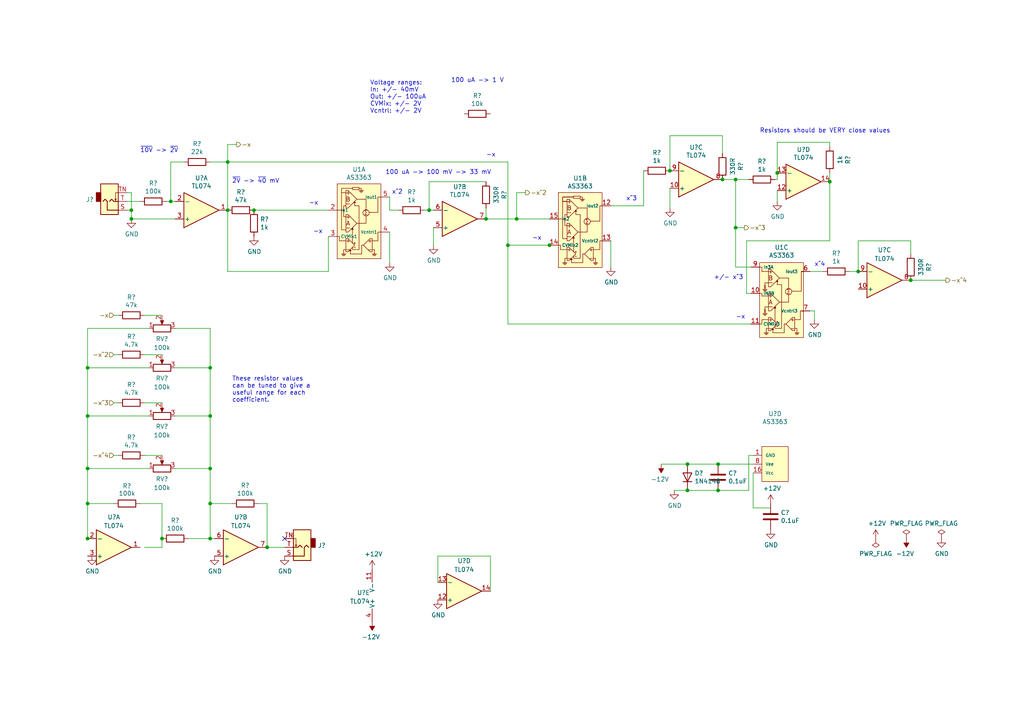
<source format=kicad_sch>
(kicad_sch (version 20211123) (generator eeschema)
  (paper "A4")
  (lib_symbols
    (symbol "AS3363_1" (pin_names (offset 1.016))
      (property "Reference" "U1" (at 0 14.605 0))
      (property "Value" "AS3363" (at 0 12.2936 0))
      (symbol "AS3363_1_1_0"
        (text "+" (at -3.175 -6.35 0) (effects (font (size 0.9906 0.9906))))
        (text "+" (at -3.175 0.635 0) (effects (font (size 1.27 1.27))))
        (text "+" (at -3.175 7.62 0) (effects (font (size 1.27 1.27))))
        (text "+" (at -1.27 -6.985 0) (effects (font (size 0.6096 0.6096))))
        (text "+" (at 3.175 -6.35 0) (effects (font (size 0.9906 0.9906))))
        (text "-" (at -3.175 -8.89 0) (effects (font (size 0.9906 0.9906))))
        (text "-" (at -3.175 -2.54 0) (effects (font (size 1.27 1.27))))
        (text "-" (at -3.175 4.445 0) (effects (font (size 1.27 1.27))))
        (text "-" (at -1.27 -8.255 0) (effects (font (size 0.6096 0.6096))))
        (text "-" (at 3.175 -8.89 0) (effects (font (size 0.9906 0.9906))))
        (text "A" (at -3.175 -1.27 0) (effects (font (size 1.27 1.27))))
        (text "B" (at -3.175 5.715 0) (effects (font (size 1.27 1.27))))
        (text "Σ" (at 2.032 1.778 0) (effects (font (size 1.27 1.27))))
      )
      (symbol "AS3363_1_1_1"
        (pin input line (at -8.89 2.54 0) (length 2.54) (name "In1") (number "2"))
        (pin input line (at -8.89 -5.08 0) (length 2.54) (name "CVMix1") (number "3"))
        (pin input line (at 8.89 -3.81 180) (length 2.54) (name "Vcntrl1") (number "4"))
        (pin output line (at 8.89 6.35 180) (length 2.54) (name "Iout1") (number "5"))
      )
      (symbol "AS3363_1_2_1"
        (text "+" (at -3.175 -6.35 0) (effects (font (size 0.9906 0.9906))))
        (text "+" (at -3.175 0.635 0) (effects (font (size 1.27 1.27))))
        (text "+" (at -3.175 7.62 0) (effects (font (size 1.27 1.27))))
        (text "+" (at -1.27 -6.985 0) (effects (font (size 0.6096 0.6096))))
        (text "+" (at 3.175 -6.35 0) (effects (font (size 0.9906 0.9906))))
        (text "-" (at -3.175 -8.89 0) (effects (font (size 0.9906 0.9906))))
        (text "-" (at -3.175 -2.54 0) (effects (font (size 1.27 1.27))))
        (text "-" (at -3.175 4.445 0) (effects (font (size 1.27 1.27))))
        (text "-" (at -1.27 -8.255 0) (effects (font (size 0.6096 0.6096))))
        (text "-" (at 3.175 -8.89 0) (effects (font (size 0.9906 0.9906))))
        (text "A" (at -3.175 -1.27 0) (effects (font (size 1.27 1.27))))
        (text "B" (at -3.175 5.715 0) (effects (font (size 1.27 1.27))))
        (text "Σ" (at 2.032 1.778 0) (effects (font (size 1.27 1.27))))
        (pin output line (at 8.89 6.35 180) (length 2.54) (name "Iout2") (number "12"))
        (pin input line (at 8.89 -3.81 180) (length 2.54) (name "Vcntrl2") (number "13"))
        (pin input line (at -8.89 -5.08 0) (length 2.54) (name "CVMix2") (number "14"))
        (pin input line (at -8.89 2.54 0) (length 2.54) (name "In2") (number "15"))
      )
      (symbol "AS3363_1_3_1"
        (text "+" (at -3.175 -6.35 0) (effects (font (size 0.9906 0.9906))))
        (text "+" (at -3.175 0.635 0) (effects (font (size 1.27 1.27))))
        (text "+" (at -3.175 7.62 0) (effects (font (size 1.27 1.27))))
        (text "+" (at -1.27 -6.985 0) (effects (font (size 0.6096 0.6096))))
        (text "+" (at 3.175 -6.35 0) (effects (font (size 0.9906 0.9906))))
        (text "-" (at -3.175 -8.89 0) (effects (font (size 0.9906 0.9906))))
        (text "-" (at -3.175 -2.54 0) (effects (font (size 1.27 1.27))))
        (text "-" (at -3.175 4.445 0) (effects (font (size 1.27 1.27))))
        (text "-" (at -1.27 -8.255 0) (effects (font (size 0.6096 0.6096))))
        (text "-" (at 3.175 -8.89 0) (effects (font (size 0.9906 0.9906))))
        (text "A" (at -3.175 -1.27 0) (effects (font (size 1.27 1.27))))
        (text "B" (at -3.175 5.715 0) (effects (font (size 1.27 1.27))))
        (text "Σ" (at 2.032 1.778 0) (effects (font (size 1.27 1.27))))
        (pin input line (at -8.89 1.27 0) (length 2.54) (name "IN3B") (number "10"))
        (pin input line (at -8.89 -7.62 0) (length 2.54) (name "CVMix3") (number "11"))
        (pin output line (at 8.255 7.62 180) (length 2.54) (name "Iout3") (number "6"))
        (pin input line (at 8.255 -3.81 180) (length 2.54) (name "Vcntrl3") (number "7"))
        (pin input line (at -8.89 8.89 0) (length 2.54) (name "In3A") (number "9"))
      )
      (symbol "AS3363_1_4_1"
        (pin power_in line (at -6.35 2.54 0) (length 2.54) (name "GND") (number "1"))
        (pin power_in line (at -6.35 -2.54 0) (length 2.54) (name "Vcc") (number "16"))
        (pin power_in line (at -6.35 0 0) (length 2.54) (name "Vee") (number "8"))
      )
    )
    (symbol "Amplifier_Operational:TL074" (pin_names (offset 0.127))
      (property "Reference" "U" (at 0 5.08 0))
      (property "Value" "TL074" (at 0 -5.08 0))
      (symbol "TL074_1_1"
        (pin output line (at 7.62 0 180) (length 2.54) (name "~") (number "1"))
        (pin input line (at -7.62 -2.54 0) (length 2.54) (name "-") (number "2"))
        (pin input line (at -7.62 2.54 0) (length 2.54) (name "+") (number "3"))
      )
      (symbol "TL074_2_1"
        (pin input line (at -7.62 2.54 0) (length 2.54) (name "+") (number "5"))
        (pin input line (at -7.62 -2.54 0) (length 2.54) (name "-") (number "6"))
        (pin output line (at 7.62 0 180) (length 2.54) (name "~") (number "7"))
      )
      (symbol "TL074_3_1"
        (pin input line (at -7.62 2.54 0) (length 2.54) (name "+") (number "10"))
        (pin output line (at 7.62 0 180) (length 2.54) (name "~") (number "8"))
        (pin input line (at -7.62 -2.54 0) (length 2.54) (name "-") (number "9"))
      )
      (symbol "TL074_4_1"
        (pin input line (at -7.62 2.54 0) (length 2.54) (name "+") (number "12"))
        (pin input line (at -7.62 -2.54 0) (length 2.54) (name "-") (number "13"))
        (pin output line (at 7.62 0 180) (length 2.54) (name "~") (number "14"))
      )
      (symbol "TL074_5_1"
        (pin power_in line (at -2.54 -7.62 90) (length 3.81) (name "V-") (number "11"))
        (pin power_in line (at -2.54 7.62 270) (length 3.81) (name "V+") (number "4"))
      )
    )
    (symbol "Connector:AudioJack2_SwitchT"
      (property "Reference" "J" (at 0 8.89 0))
      (property "Value" "AudioJack2_SwitchT" (at 0 6.35 0))
      (symbol "AudioJack2_SwitchT_1_1"
        (pin passive line (at 5.08 2.54 180) (length 2.54) (name "~") (number "S"))
        (pin passive line (at 5.08 0 180) (length 2.54) (name "~") (number "T"))
        (pin passive line (at 5.08 -2.54 180) (length 2.54) (name "~") (number "TN"))
      )
    )
    (symbol "Device:C" (pin_numbers hide) (pin_names (offset 0.254))
      (property "Reference" "C" (at 0.635 2.54 0))
      (property "Value" "C" (at 0.635 -2.54 0))
      (symbol "C_1_1"
        (pin passive line (at 0 3.81 270) (length 2.794) (name "~") (number "1"))
        (pin passive line (at 0 -3.81 90) (length 2.794) (name "~") (number "2"))
      )
    )
    (symbol "Device:D" (pin_numbers hide) (pin_names (offset 1.016) hide)
      (property "Reference" "D" (at 0 2.54 0))
      (property "Value" "D" (at 0 -2.54 0))
      (symbol "D_1_1"
        (pin passive line (at -3.81 0 0) (length 2.54) (name "K") (number "1"))
        (pin passive line (at 3.81 0 180) (length 2.54) (name "A") (number "2"))
      )
    )
    (symbol "Device:R" (pin_numbers hide) (pin_names (offset 0))
      (property "Reference" "R" (at 2.032 0 90))
      (property "Value" "R" (at 0 0 90))
      (symbol "R_1_1"
        (pin passive line (at 0 3.81 270) (length 1.27) (name "~") (number "1"))
        (pin passive line (at 0 -3.81 90) (length 1.27) (name "~") (number "2"))
      )
    )
    (symbol "Device:R_Potentiometer" (pin_names (offset 1.016) hide)
      (property "Reference" "RV" (at -4.445 0 90))
      (property "Value" "R_Potentiometer" (at -2.54 0 90))
      (symbol "R_Potentiometer_1_1"
        (pin passive line (at 0 3.81 270) (length 1.27) (name "1") (number "1"))
        (pin passive line (at 3.81 0 180) (length 1.27) (name "2") (number "2"))
        (pin passive line (at 0 -3.81 90) (length 1.27) (name "3") (number "3"))
      )
    )
    (symbol "alfa:AS3363" (pin_names (offset 1.016))
      (property "Reference" "U" (at -0.635 12.7 0))
      (property "Value" "AS3363" (at -0.635 12.7 0))
      (symbol "AS3363_1_0"
        (text "+" (at -3.175 -6.35 0) (effects (font (size 0.9906 0.9906))))
        (text "+" (at -3.175 0.635 0) (effects (font (size 1.27 1.27))))
        (text "+" (at -3.175 7.62 0) (effects (font (size 1.27 1.27))))
        (text "+" (at -1.27 -6.985 0) (effects (font (size 0.6096 0.6096))))
        (text "+" (at 3.175 -6.35 0) (effects (font (size 0.9906 0.9906))))
        (text "-" (at -3.175 -8.89 0) (effects (font (size 0.9906 0.9906))))
        (text "-" (at -3.175 -2.54 0) (effects (font (size 1.27 1.27))))
        (text "-" (at -3.175 4.445 0) (effects (font (size 1.27 1.27))))
        (text "-" (at -1.27 -8.255 0) (effects (font (size 0.6096 0.6096))))
        (text "-" (at 3.175 -8.89 0) (effects (font (size 0.9906 0.9906))))
        (text "A" (at -3.175 -1.27 0) (effects (font (size 1.27 1.27))))
        (text "B" (at -3.175 5.715 0) (effects (font (size 1.27 1.27))))
        (text "Σ" (at 2.032 1.778 0) (effects (font (size 1.27 1.27))))
      )
      (symbol "AS3363_1_1"
        (pin input line (at -8.89 2.54 0) (length 2.54) (name "In1") (number "2"))
        (pin input line (at -8.89 -5.08 0) (length 2.54) (name "CVMix1") (number "3"))
        (pin input line (at 8.89 -3.81 180) (length 2.54) (name "Vcntrl1") (number "4"))
        (pin output line (at 8.89 6.35 180) (length 2.54) (name "Iout1") (number "5"))
      )
      (symbol "AS3363_2_1"
        (text "+" (at -3.175 -6.35 0) (effects (font (size 0.9906 0.9906))))
        (text "+" (at -3.175 0.635 0) (effects (font (size 1.27 1.27))))
        (text "+" (at -3.175 7.62 0) (effects (font (size 1.27 1.27))))
        (text "+" (at -1.27 -6.985 0) (effects (font (size 0.6096 0.6096))))
        (text "+" (at 3.175 -6.35 0) (effects (font (size 0.9906 0.9906))))
        (text "-" (at -3.175 -8.89 0) (effects (font (size 0.9906 0.9906))))
        (text "-" (at -3.175 -2.54 0) (effects (font (size 1.27 1.27))))
        (text "-" (at -3.175 4.445 0) (effects (font (size 1.27 1.27))))
        (text "-" (at -1.27 -8.255 0) (effects (font (size 0.6096 0.6096))))
        (text "-" (at 3.175 -8.89 0) (effects (font (size 0.9906 0.9906))))
        (text "A" (at -3.175 -1.27 0) (effects (font (size 1.27 1.27))))
        (text "B" (at -3.175 5.715 0) (effects (font (size 1.27 1.27))))
        (text "Σ" (at 2.032 1.778 0) (effects (font (size 1.27 1.27))))
        (pin output line (at 8.89 6.35 180) (length 2.54) (name "Iout2") (number "12"))
        (pin input line (at 8.89 -3.81 180) (length 2.54) (name "Vcntrl2") (number "13"))
        (pin input line (at -8.89 -5.08 0) (length 2.54) (name "CVMix2") (number "14"))
        (pin input line (at -8.89 2.54 0) (length 2.54) (name "In2") (number "15"))
      )
      (symbol "AS3363_3_1"
        (text "+" (at -3.175 -6.35 0) (effects (font (size 0.9906 0.9906))))
        (text "+" (at -3.175 0.635 0) (effects (font (size 1.27 1.27))))
        (text "+" (at -3.175 7.62 0) (effects (font (size 1.27 1.27))))
        (text "+" (at -1.27 -6.985 0) (effects (font (size 0.6096 0.6096))))
        (text "+" (at 3.175 -6.35 0) (effects (font (size 0.9906 0.9906))))
        (text "-" (at -3.175 -8.89 0) (effects (font (size 0.9906 0.9906))))
        (text "-" (at -3.175 -2.54 0) (effects (font (size 1.27 1.27))))
        (text "-" (at -3.175 4.445 0) (effects (font (size 1.27 1.27))))
        (text "-" (at -1.27 -8.255 0) (effects (font (size 0.6096 0.6096))))
        (text "-" (at 3.175 -8.89 0) (effects (font (size 0.9906 0.9906))))
        (text "A" (at -3.175 -1.27 0) (effects (font (size 1.27 1.27))))
        (text "B" (at -3.175 5.715 0) (effects (font (size 1.27 1.27))))
        (text "Σ" (at 2.032 1.778 0) (effects (font (size 1.27 1.27))))
        (pin input line (at -8.89 1.27 0) (length 2.54) (name "IN3B") (number "10"))
        (pin input line (at -8.89 -7.62 0) (length 2.54) (name "CVMix3") (number "11"))
        (pin output line (at 8.255 6.985 180) (length 2.54) (name "Iout3") (number "6"))
        (pin input line (at 8.89 -3.81 180) (length 2.54) (name "Vcntrl3") (number "7"))
        (pin input line (at -8.89 8.89 0) (length 2.54) (name "In3A") (number "9"))
      )
      (symbol "AS3363_4_1"
        (pin power_in line (at -6.35 2.54 0) (length 2.54) (name "GND") (number "1"))
        (pin power_in line (at -6.35 -2.54 0) (length 2.54) (name "Vcc") (number "16"))
        (pin power_in line (at -6.35 0 0) (length 2.54) (name "Vee") (number "8"))
      )
    )
    (symbol "power:+12V" (power) (pin_names (offset 0))
      (property "Value" "+12V" (at 0 3.556 0))
      (symbol "+12V_1_1"
        (pin power_in line (at 0 0 90) (length 0) hide (name "+12V") (number "1"))
      )
    )
    (symbol "power:-12V" (power) (pin_names (offset 0))
      (property "Value" "-12V" (at 0 3.81 0))
      (symbol "-12V_0_0"
        (pin power_in line (at 0 0 90) (length 0) hide (name "-12V") (number "1"))
      )
    )
    (symbol "power:GND" (power) (pin_names (offset 0))
      (property "Value" "GND" (at 0 -3.81 0))
      (symbol "GND_1_1"
        (pin power_in line (at 0 0 270) (length 0) hide (name "GND") (number "1"))
      )
    )
    (symbol "power:PWR_FLAG" (power) (pin_numbers hide) (pin_names (offset 0) hide)
      (property "Value" "PWR_FLAG" (at 0 3.81 0))
      (symbol "PWR_FLAG_0_0"
        (pin power_out line (at 0 0 90) (length 0) (name "pwr") (number "1"))
      )
    )
  )
  (junction (at 199.39 134.62))
  (junction (at 213.36 66.04))
  (junction (at 25.4 106.68))
  (junction (at 248.92 78.74))
  (junction (at 147.32 71.12))
  (junction (at 25.4 135.89))
  (junction (at 124.46 60.96))
  (junction (at 194.31 49.53))
  (junction (at 60.96 135.89))
  (junction (at 60.96 146.05))
  (junction (at 209.55 52.07))
  (junction (at 25.4 146.05))
  (junction (at 213.36 52.07))
  (junction (at 149.86 63.5))
  (junction (at 208.28 142.24))
  (junction (at 60.96 106.68))
  (junction (at 73.66 60.96))
  (junction (at 46.99 156.21))
  (junction (at 60.96 120.65))
  (junction (at 159.385 71.12))
  (junction (at 60.96 156.21))
  (junction (at 38.1 63.5))
  (junction (at 264.16 81.28))
  (junction (at 25.4 156.21))
  (junction (at 140.97 63.5))
  (junction (at 199.39 142.24))
  (junction (at 38.1 60.96))
  (junction (at 208.28 134.62))
  (junction (at 240.665 52.705))
  (junction (at 77.47 158.75))
  (junction (at 225.425 50.165))
  (junction (at 66.04 60.96))
  (junction (at 25.4 120.65))
  (junction (at 49.53 58.42))
  (junction (at 66.04 46.99))
  (no_connect (at 82.55 156.21))
  (wire (pts (xy 73.66 60.96) (xy 95.25 60.96)))
  (wire (pts (xy 225.425 55.245) (xy 225.425 58.42)))
  (wire (pts (xy 217.17 142.24) (xy 217.17 132.08)))
  (wire (pts (xy 33.02 116.84) (xy 34.29 116.84)))
  (wire (pts (xy 50.8 135.89) (xy 60.96 135.89)))
  (wire (pts (xy 213.36 66.04) (xy 213.36 77.47)))
  (wire (pts (xy 60.96 95.25) (xy 60.96 106.68)))
  (wire (pts (xy 60.96 46.99) (xy 66.04 46.99)))
  (wire (pts (xy 147.32 93.98) (xy 217.805 93.98)))
  (wire (pts (xy 66.04 78.74) (xy 95.25 78.74)))
  (wire (pts (xy 216.535 69.85) (xy 240.665 69.85)))
  (wire (pts (xy 159.385 71.12) (xy 160.02 71.12)))
  (wire (pts (xy 41.91 102.87) (xy 46.99 102.87)))
  (wire (pts (xy 43.18 95.25) (xy 25.4 95.25)))
  (wire (pts (xy 149.86 55.88) (xy 149.86 63.5)))
  (wire (pts (xy 216.535 69.85) (xy 216.535 85.09)))
  (wire (pts (xy 123.19 60.96) (xy 124.46 60.96)))
  (wire (pts (xy 147.32 71.12) (xy 147.32 93.98)))
  (wire (pts (xy 240.665 42.545) (xy 240.665 41.275)))
  (wire (pts (xy 36.83 55.88) (xy 38.1 55.88)))
  (wire (pts (xy 213.36 66.04) (xy 215.9 66.04)))
  (wire (pts (xy 140.97 60.325) (xy 140.97 63.5)))
  (wire (pts (xy 25.4 146.05) (xy 25.4 156.21)))
  (wire (pts (xy 38.1 55.88) (xy 38.1 60.96)))
  (wire (pts (xy 225.425 52.07) (xy 224.79 52.07)))
  (wire (pts (xy 50.8 95.25) (xy 60.96 95.25)))
  (wire (pts (xy 77.47 146.05) (xy 77.47 158.75)))
  (wire (pts (xy 113.03 57.15) (xy 113.03 60.96)))
  (wire (pts (xy 50.8 120.65) (xy 60.96 120.65)))
  (wire (pts (xy 41.91 116.84) (xy 46.99 116.84)))
  (wire (pts (xy 33.02 146.05) (xy 25.4 146.05)))
  (wire (pts (xy 234.95 90.17) (xy 236.22 90.17)))
  (wire (pts (xy 25.4 135.89) (xy 25.4 146.05)))
  (wire (pts (xy 46.99 156.21) (xy 46.99 146.05)))
  (wire (pts (xy 208.28 134.62) (xy 218.44 134.62)))
  (wire (pts (xy 66.04 46.99) (xy 147.32 46.99)))
  (wire (pts (xy 142.24 161.29) (xy 127 161.29)))
  (wire (pts (xy 246.38 78.74) (xy 248.92 78.74)))
  (wire (pts (xy 147.32 71.12) (xy 159.385 71.12)))
  (wire (pts (xy 209.55 44.45) (xy 209.55 39.37)))
  (wire (pts (xy 223.52 147.32) (xy 218.44 147.32)))
  (wire (pts (xy 209.55 52.07) (xy 213.36 52.07)))
  (wire (pts (xy 66.04 41.91) (xy 66.04 46.99)))
  (wire (pts (xy 199.39 134.62) (xy 208.28 134.62)))
  (wire (pts (xy 124.46 60.96) (xy 125.73 60.96)))
  (wire (pts (xy 248.92 69.85) (xy 264.16 69.85)))
  (wire (pts (xy 33.02 102.87) (xy 34.29 102.87)))
  (wire (pts (xy 186.69 59.69) (xy 186.69 49.53)))
  (wire (pts (xy 194.31 39.37) (xy 194.31 49.53)))
  (wire (pts (xy 25.4 95.25) (xy 25.4 106.68)))
  (wire (pts (xy 240.665 52.705) (xy 240.665 69.85)))
  (wire (pts (xy 127 161.29) (xy 127 168.91)))
  (wire (pts (xy 49.53 58.42) (xy 50.8 58.42)))
  (wire (pts (xy 38.1 63.5) (xy 50.8 63.5)))
  (wire (pts (xy 62.23 156.21) (xy 60.96 156.21)))
  (wire (pts (xy 213.36 77.47) (xy 217.805 77.47)))
  (wire (pts (xy 140.97 63.5) (xy 149.86 63.5)))
  (wire (pts (xy 125.73 66.04) (xy 125.73 71.12)))
  (wire (pts (xy 66.04 46.99) (xy 66.04 60.96)))
  (wire (pts (xy 225.425 41.275) (xy 225.425 50.165)))
  (wire (pts (xy 77.47 158.75) (xy 82.55 158.75)))
  (wire (pts (xy 240.665 50.165) (xy 240.665 52.705)))
  (wire (pts (xy 46.99 146.05) (xy 40.64 146.05)))
  (wire (pts (xy 264.16 69.85) (xy 264.16 73.66)))
  (wire (pts (xy 67.31 146.05) (xy 60.96 146.05)))
  (wire (pts (xy 177.165 69.85) (xy 177.165 77.47)))
  (wire (pts (xy 60.96 120.65) (xy 60.96 135.89)))
  (wire (pts (xy 46.99 156.21) (xy 46.99 158.75)))
  (wire (pts (xy 60.96 146.05) (xy 60.96 156.21)))
  (wire (pts (xy 54.61 156.21) (xy 60.96 156.21)))
  (wire (pts (xy 113.03 67.31) (xy 113.03 76.2)))
  (wire (pts (xy 213.36 52.07) (xy 217.17 52.07)))
  (wire (pts (xy 66.04 60.96) (xy 66.04 78.74)))
  (wire (pts (xy 199.39 142.24) (xy 208.28 142.24)))
  (wire (pts (xy 124.46 52.705) (xy 124.46 60.96)))
  (wire (pts (xy 234.95 78.74) (xy 238.76 78.74)))
  (wire (pts (xy 236.22 90.17) (xy 236.22 92.71)))
  (wire (pts (xy 60.96 106.68) (xy 60.96 120.65)))
  (wire (pts (xy 208.28 142.24) (xy 217.17 142.24)))
  (wire (pts (xy 74.93 146.05) (xy 77.47 146.05)))
  (wire (pts (xy 194.31 54.61) (xy 194.31 60.325)))
  (wire (pts (xy 218.44 137.16) (xy 218.44 147.32)))
  (wire (pts (xy 225.425 50.165) (xy 225.425 52.07)))
  (wire (pts (xy 142.24 171.45) (xy 142.24 161.29)))
  (wire (pts (xy 264.16 81.28) (xy 274.32 81.28)))
  (wire (pts (xy 213.36 52.07) (xy 213.36 66.04)))
  (wire (pts (xy 43.18 120.65) (xy 25.4 120.65)))
  (wire (pts (xy 209.55 39.37) (xy 194.31 39.37)))
  (wire (pts (xy 48.26 58.42) (xy 49.53 58.42)))
  (wire (pts (xy 25.4 106.68) (xy 43.18 106.68)))
  (wire (pts (xy 217.17 132.08) (xy 218.44 132.08)))
  (wire (pts (xy 95.25 78.74) (xy 95.25 68.58)))
  (wire (pts (xy 191.77 134.62) (xy 199.39 134.62)))
  (wire (pts (xy 152.4 55.88) (xy 149.86 55.88)))
  (wire (pts (xy 33.02 132.08) (xy 34.29 132.08)))
  (wire (pts (xy 41.91 132.08) (xy 46.99 132.08)))
  (wire (pts (xy 60.96 135.89) (xy 60.96 146.05)))
  (wire (pts (xy 38.1 60.96) (xy 38.1 63.5)))
  (wire (pts (xy 248.92 78.74) (xy 248.92 69.85)))
  (wire (pts (xy 149.86 63.5) (xy 159.385 63.5)))
  (wire (pts (xy 177.165 59.69) (xy 186.69 59.69)))
  (wire (pts (xy 147.32 46.99) (xy 147.32 71.12)))
  (wire (pts (xy 195.58 142.24) (xy 199.39 142.24)))
  (wire (pts (xy 25.4 106.68) (xy 25.4 120.65)))
  (wire (pts (xy 53.34 46.99) (xy 49.53 46.99)))
  (wire (pts (xy 240.665 41.275) (xy 225.425 41.275)))
  (wire (pts (xy 25.4 120.65) (xy 25.4 135.89)))
  (wire (pts (xy 49.53 46.99) (xy 49.53 58.42)))
  (wire (pts (xy 38.1 60.96) (xy 36.83 60.96)))
  (wire (pts (xy 140.97 52.705) (xy 124.46 52.705)))
  (wire (pts (xy 216.535 85.09) (xy 217.805 85.09)))
  (wire (pts (xy 113.03 60.96) (xy 115.57 60.96)))
  (wire (pts (xy 33.02 91.44) (xy 34.29 91.44)))
  (wire (pts (xy 50.8 106.68) (xy 60.96 106.68)))
  (wire (pts (xy 36.83 58.42) (xy 40.64 58.42)))
  (wire (pts (xy 41.91 91.44) (xy 46.99 91.44)))
  (wire (pts (xy 68.58 41.91) (xy 66.04 41.91)))
  (wire (pts (xy 43.18 135.89) (xy 25.4 135.89)))
  (wire (pts (xy 41.91 158.75) (xy 46.99 158.75)))
  (wire (pts (xy 25.4 156.21) (xy 26.67 156.21)))
  (text "~{10V} -> ~{2V}" (at 40.64 44.45 0) (effects (font (size 1.27 1.27)) (justify left bottom)))
  (text "Voltage ranges:\nIn: +/- 40mV\nOut: +/- 100uA\nCVMix: +/- 2V\nVcntrl: +/- 2V" (at 107.315 33.02 0) (effects (font (size 1.27 1.27)) (justify left bottom)))
  (text "x^3" (at 181.61 58.42 0) (effects (font (size 1.27 1.27)) (justify left bottom)))
  (text "-x" (at 140.97 45.72 0) (effects (font (size 1.27 1.27)) (justify left bottom)))
  (text "x^4" (at 236.22 77.47 0) (effects (font (size 1.27 1.27)) (justify left bottom)))
  (text "-x" (at 154.305 69.85 0) (effects (font (size 1.27 1.27)) (justify left bottom)))
  (text "These resistor values\ncan be tuned to give a\nuseful range for each\ncoefficient." (at 67.31 116.84 0) (effects (font (size 1.27 1.27)) (justify left bottom)))
  (text "x^2" (at 113.665 56.515 0) (effects (font (size 1.27 1.27)) (justify left bottom)))
  (text "-x" (at 90.805 67.945 0) (effects (font (size 1.27 1.27)) (justify left bottom)))
  (text "+/- x^3" (at 207.01 81.28 0) (effects (font (size 1.27 1.27)) (justify left bottom)))
  (text "100 uA -> 1 V" (at 130.81 24.13 0) (effects (font (size 1.27 1.27)) (justify left bottom)))
  (text "-x" (at 213.36 92.71 0) (effects (font (size 1.27 1.27)) (justify left bottom)))
  (text "100 uA -> 100 mV -> 33 mV" (at 111.76 50.8 0) (effects (font (size 1.27 1.27)) (justify left bottom)))
  (text "-x" (at 89.535 59.69 0) (effects (font (size 1.27 1.27)) (justify left bottom)))
  (text "~{2V} -> ~{40} mV" (at 67.31 53.34 0) (effects (font (size 1.27 1.27)) (justify left bottom)))
  (text "Resistors should be VERY close values" (at 220.345 38.735 0) (effects (font (size 1.27 1.27)) (justify left bottom)))
  (hierarchical_label "-x" (shape output) (at 68.58 41.91 0))
  (hierarchical_label "-x^4" (shape output) (at 274.32 81.28 0))
  (hierarchical_label "-x^4" (shape input) (at 33.02 132.08 180))
  (hierarchical_label "-x^2" (shape input) (at 33.02 102.87 180))
  (hierarchical_label "-x^3" (shape input) (at 33.02 116.84 180))
  (hierarchical_label "-x^2" (shape output) (at 152.4 55.88 0))
  (hierarchical_label "-x^3" (shape output) (at 215.9 66.04 0))
  (hierarchical_label "-x" (shape input) (at 33.02 91.44 180))
  (symbol (lib_id "alfa:AS3363") (at 104.14 63.5 0) (unit 1)
    (property "Reference" "U1" (at 104.14 49.149 0))
    (property "Value" "AS3363" (at 104.14 51.4604 0))
    (property "Footprint" "Package_DIP:DIP-16_W7.62mm" (effects hide))
  )
  (symbol (lib_name "AS3363_1") (lib_id "alfa:AS3363") (at 226.695 86.36 0) (unit 3)
    (property "Reference" "U1" (at 226.695 71.755 0))
    (property "Value" "AS3363" (at 226.695 74.0664 0))
    (property "Footprint" "Package_DIP:DIP-16_W7.62mm" (effects hide))
  )
  (symbol (lib_id "alfa:AS3363") (at 168.275 66.04 0) (unit 2)
    (property "Reference" "U1" (at 168.275 51.689 0))
    (property "Value" "AS3363" (at 168.275 54.0004 0))
    (property "Footprint" "Package_DIP:DIP-16_W7.62mm" (effects hide))
  )
  (symbol (lib_id "power:+12V") (at 254 156.21 0) (unit 1)
    (property "Reference" "#PWR?" (effects hide))
    (property "Value" "+12V" (at 254.381 151.8158 0))
  )
  (symbol (lib_id "power:-12V") (at 262.89 156.21 180) (unit 1)
    (property "Reference" "#PWR?" (effects hide))
    (property "Value" "-12V" (at 262.509 160.6042 0))
  )
  (symbol (lib_id "power:GND") (at 273.05 156.21 0) (unit 1)
    (property "Reference" "#PWR?" (effects hide))
    (property "Value" "GND" (at 273.177 160.6042 0))
  )
  (symbol (lib_id "power:PWR_FLAG") (at 262.89 156.21 0) (unit 1)
    (property "Reference" "#FLG?" (effects hide))
    (property "Value" "PWR_FLAG" (at 262.89 151.8158 0))
  )
  (symbol (lib_id "power:PWR_FLAG") (at 273.05 156.21 0) (unit 1)
    (property "Reference" "#FLG?" (effects hide))
    (property "Value" "PWR_FLAG" (at 273.05 151.8158 0))
  )
  (symbol (lib_id "power:PWR_FLAG") (at 254 156.21 180) (unit 1)
    (property "Reference" "#FLG?" (effects hide))
    (property "Value" "PWR_FLAG" (at 254 160.6042 0))
  )
  (symbol (lib_id "power:GND") (at 195.58 142.24 0) (unit 1)
    (property "Reference" "#PWR?" (effects hide))
    (property "Value" "GND" (at 195.707 146.6342 0))
  )
  (symbol (lib_id "alfa:AS3363") (at 224.79 134.62 0) (unit 4)
    (property "Reference" "U?" (at 224.79 120.015 0))
    (property "Value" "AS3363" (at 224.79 122.3264 0))
    (property "Footprint" "Package_DIP:DIP-16_W7.62mm" (effects hide))
  )
  (symbol (lib_id "power:+12V") (at 223.52 146.05 0) (unit 1)
    (property "Reference" "#PWR?" (effects hide))
    (property "Value" "+12V" (at 223.901 141.6558 0))
  )
  (symbol (lib_id "power:-12V") (at 191.77 134.62 180) (unit 1)
    (property "Reference" "#PWR?" (effects hide))
    (property "Value" "-12V" (at 191.389 139.0142 0))
  )
  (symbol (lib_id "Device:D") (at 199.39 138.43 90) (unit 1)
    (property "Reference" "D?" (at 201.422 137.2616 90) (effects (justify right)))
    (property "Value" "1N4148" (at 201.422 139.573 90) (effects (justify right)))
  )
  (symbol (lib_id "Device:C") (at 208.28 138.43 0) (unit 1)
    (property "Reference" "C?" (at 211.201 137.2616 0) (effects (justify left)))
    (property "Value" "0.1uF" (at 211.201 139.573 0) (effects (justify left)))
  )
  (symbol (lib_id "Device:C") (at 223.52 149.86 0) (unit 1)
    (property "Reference" "C?" (at 226.441 148.6916 0) (effects (justify left)))
    (property "Value" "0.1uF" (at 226.441 151.003 0) (effects (justify left)))
  )
  (symbol (lib_id "power:GND") (at 223.52 153.67 0) (unit 1)
    (property "Reference" "#PWR?" (effects hide))
    (property "Value" "GND" (at 223.647 158.0642 0))
  )
  (symbol (lib_id "Connector:AudioJack2_SwitchT") (at 31.75 58.42 0) (mirror x) (unit 1)
    (property "Reference" "J?" (at 27.2034 57.8866 0) (effects (justify right)))
    (property "Value" "AudioJack2_SwitchT" (effects hide))
  )
  (symbol (lib_id "Amplifier_Operational:TL074") (at 58.42 60.96 0) (mirror x) (unit 1)
    (property "Reference" "U?" (at 58.42 51.6382 0))
    (property "Value" "TL074" (at 58.42 53.9496 0))
    (property "Datasheet" "http://www.ti.com/lit/ds/symlink/tl071.pdf" (effects hide))
  )
  (symbol (lib_id "Device:R") (at 69.85 60.96 270) (unit 1)
    (property "Reference" "R?" (at 69.85 55.7022 90))
    (property "Value" "47k" (at 69.85 58.0136 90))
  )
  (symbol (lib_id "Device:R") (at 73.66 64.77 180) (unit 1)
    (property "Reference" "R?" (at 75.438 63.6016 0) (effects (justify right)))
    (property "Value" "1k" (at 75.438 65.913 0) (effects (justify right)))
  )
  (symbol (lib_id "power:GND") (at 73.66 68.58 0) (unit 1)
    (property "Reference" "#PWR?" (effects hide))
    (property "Value" "GND" (at 73.787 72.9742 0))
  )
  (symbol (lib_id "Device:R") (at 44.45 58.42 270) (unit 1)
    (property "Reference" "R?" (at 44.45 53.1622 90))
    (property "Value" "100k" (at 44.45 55.4736 90))
  )
  (symbol (lib_id "power:GND") (at 38.1 63.5 0) (unit 1)
    (property "Reference" "#PWR?" (effects hide))
    (property "Value" "GND" (at 38.227 67.8942 0))
  )
  (symbol (lib_id "Device:R") (at 57.15 46.99 270) (unit 1)
    (property "Reference" "R?" (at 57.15 41.7322 90))
    (property "Value" "22k" (at 57.15 44.0436 90))
  )
  (symbol (lib_id "power:GND") (at 62.23 161.29 0) (unit 1)
    (property "Reference" "#PWR?" (effects hide))
    (property "Value" "GND" (at 62.357 165.6842 0))
  )
  (symbol (lib_id "Device:R") (at 71.12 146.05 270) (unit 1)
    (property "Reference" "R?" (at 71.12 140.7922 90))
    (property "Value" "100k" (at 71.12 143.1036 90))
  )
  (symbol (lib_id "Connector:AudioJack2_SwitchT") (at 87.63 158.75 180) (unit 1)
    (property "Reference" "J?" (at 92.202 158.2166 0) (effects (justify right)))
    (property "Value" "AudioJack2_SwitchT" (effects hide))
  )
  (symbol (lib_id "power:GND") (at 82.55 161.29 0) (unit 1)
    (property "Reference" "#PWR?" (effects hide))
    (property "Value" "GND" (at 82.677 165.6842 0))
  )
  (symbol (lib_id "Amplifier_Operational:TL074") (at 133.35 63.5 0) (mirror x) (unit 2)
    (property "Reference" "U?" (at 133.35 54.1782 0))
    (property "Value" "TL074" (at 133.35 56.4896 0))
    (property "Datasheet" "http://www.ti.com/lit/ds/symlink/tl071.pdf" (effects hide))
  )
  (symbol (lib_id "power:GND") (at 113.03 76.2 0) (unit 1)
    (property "Reference" "#PWR?" (effects hide))
    (property "Value" "GND" (at 113.157 80.5942 0))
  )
  (symbol (lib_id "Device:R") (at 264.16 77.47 180) (unit 1)
    (property "Reference" "R?" (at 269.4178 77.47 90))
    (property "Value" "330R" (at 267.1064 77.47 90))
  )
  (symbol (lib_id "Device:R") (at 209.55 48.26 180) (unit 1)
    (property "Reference" "R?" (at 214.8078 48.26 90))
    (property "Value" "330R" (at 212.4964 48.26 90))
  )
  (symbol (lib_id "power:GND") (at 194.31 60.325 0) (unit 1)
    (property "Reference" "#PWR?" (effects hide))
    (property "Value" "GND" (at 194.437 64.7192 0))
  )
  (symbol (lib_id "Device:R") (at 38.1 132.08 270) (unit 1)
    (property "Reference" "R?" (at 38.1 126.8222 90))
    (property "Value" "4.7k" (at 38.1 129.1336 90))
  )
  (symbol (lib_id "Amplifier_Operational:TL074") (at 201.93 52.07 0) (mirror x) (unit 3)
    (property "Reference" "U?" (at 201.93 42.7482 0))
    (property "Value" "TL074" (at 201.93 45.0596 0))
    (property "Datasheet" "http://www.ti.com/lit/ds/symlink/tl071.pdf" (effects hide))
  )
  (symbol (lib_id "Amplifier_Operational:TL074") (at 256.54 81.28 0) (mirror x) (unit 3)
    (property "Reference" "U?" (at 256.54 72.5002 0))
    (property "Value" "TL074" (at 256.54 75.0371 0))
    (property "Datasheet" "http://www.ti.com/lit/ds/symlink/tl071.pdf" (effects hide))
  )
  (symbol (lib_id "Device:R") (at 50.8 156.21 270) (unit 1)
    (property "Reference" "R?" (at 50.8 150.9522 90))
    (property "Value" "100k" (at 50.8 153.2636 90))
  )
  (symbol (lib_id "power:+12V") (at 107.95 165.1 0) (unit 1)
    (property "Reference" "#PWR?" (effects hide))
    (property "Value" "+12V" (at 108.331 160.7058 0))
  )
  (symbol (lib_id "Device:R") (at 138.43 33.02 270) (unit 1)
    (property "Reference" "R?" (at 138.43 27.7622 90))
    (property "Value" "10k" (at 138.43 30.0736 90))
  )
  (symbol (lib_id "power:GND") (at 127 173.99 0) (unit 1)
    (property "Reference" "#PWR?" (effects hide))
    (property "Value" "GND" (at 127.127 178.3842 0))
  )
  (symbol (lib_id "power:GND") (at 236.22 92.71 0) (unit 1)
    (property "Reference" "#PWR?" (effects hide))
    (property "Value" "GND" (at 236.347 97.1042 0))
  )
  (symbol (lib_id "power:GND") (at 125.73 71.12 0) (unit 1)
    (property "Reference" "#PWR?" (effects hide))
    (property "Value" "GND" (at 125.857 75.5142 0))
  )
  (symbol (lib_id "Amplifier_Operational:TL074") (at 233.045 52.705 0) (mirror x) (unit 4)
    (property "Reference" "U?" (at 233.045 43.3832 0))
    (property "Value" "TL074" (at 233.045 45.6946 0))
    (property "Datasheet" "http://www.ti.com/lit/ds/symlink/tl071.pdf" (effects hide))
  )
  (symbol (lib_id "Device:R") (at 119.38 60.96 270) (unit 1)
    (property "Reference" "R?" (at 119.38 55.7022 90))
    (property "Value" "1k" (at 119.38 58.0136 90))
  )
  (symbol (lib_id "Device:R") (at 140.97 56.515 180) (unit 1)
    (property "Reference" "R?" (at 146.2278 56.515 90))
    (property "Value" "330R" (at 143.9164 56.515 90))
  )
  (symbol (lib_id "Device:R") (at 36.83 146.05 270) (unit 1)
    (property "Reference" "R?" (at 36.83 140.97 90))
    (property "Value" "100k" (at 36.83 143.1036 90))
  )
  (symbol (lib_id "Amplifier_Operational:TL074") (at 134.62 171.45 0) (mirror x) (unit 4)
    (property "Reference" "U?" (at 134.62 162.6702 0))
    (property "Value" "TL074" (at 134.62 165.2071 0))
    (property "Datasheet" "http://www.ti.com/lit/ds/symlink/tl071.pdf" (effects hide))
  )
  (symbol (lib_id "Device:R_Potentiometer") (at 46.99 106.68 90) (unit 1)
    (property "Reference" "RV?" (at 46.99 109.7264 90))
    (property "Value" "100k" (at 46.99 112.2633 90))
  )
  (symbol (lib_id "power:GND") (at 26.67 161.29 0) (unit 1)
    (property "Reference" "#PWR?" (effects hide))
    (property "Value" "GND" (at 26.797 165.6842 0))
  )
  (symbol (lib_id "Device:R_Potentiometer") (at 46.99 120.65 90) (unit 1)
    (property "Reference" "RV?" (at 46.99 123.6964 90))
    (property "Value" "100k" (at 46.99 126.2333 90))
  )
  (symbol (lib_id "Device:R_Potentiometer") (at 46.99 95.25 90) (unit 1)
    (property "Reference" "RV?" (at 46.99 98.2964 90))
    (property "Value" "100k" (at 46.99 100.8333 90))
  )
  (symbol (lib_id "Device:R_Potentiometer") (at 46.99 135.89 90) (unit 1)
    (property "Reference" "RV?" (at 46.99 138.9364 90))
    (property "Value" "100k" (at 46.99 141.4733 90))
  )
  (symbol (lib_id "Device:R") (at 242.57 78.74 270) (unit 1)
    (property "Reference" "R?" (at 242.57 73.4822 90))
    (property "Value" "1k" (at 242.57 75.7936 90))
  )
  (symbol (lib_id "Device:R") (at 38.1 102.87 270) (unit 1)
    (property "Reference" "R?" (at 38.1 97.6122 90))
    (property "Value" "4.7k" (at 38.1 99.9236 90))
  )
  (symbol (lib_id "Device:R") (at 220.98 52.07 270) (unit 1)
    (property "Reference" "R?" (at 220.98 46.8122 90))
    (property "Value" "1k" (at 220.98 49.1236 90))
  )
  (symbol (lib_id "Device:R") (at 190.5 49.53 270) (unit 1)
    (property "Reference" "R?" (at 190.5 44.2722 90))
    (property "Value" "1k" (at 190.5 46.5836 90))
  )
  (symbol (lib_id "power:GND") (at 177.165 77.47 0) (unit 1)
    (property "Reference" "#PWR?" (effects hide))
    (property "Value" "GND" (at 177.292 81.8642 0))
  )
  (symbol (lib_id "power:GND") (at 225.425 58.42 0) (unit 1)
    (property "Reference" "#PWR?" (effects hide))
    (property "Value" "GND" (at 225.552 62.8142 0))
  )
  (symbol (lib_id "Amplifier_Operational:TL074") (at 110.49 172.72 0) (mirror x) (unit 5)
    (property "Reference" "U?" (at 107.3151 171.8853 0) (effects (justify right)))
    (property "Value" "TL074" (at 107.3151 174.4222 0) (effects (justify right)))
    (property "Datasheet" "http://www.ti.com/lit/ds/symlink/tl071.pdf" (effects hide))
  )
  (symbol (lib_id "Device:R") (at 38.1 116.84 270) (unit 1)
    (property "Reference" "R?" (at 38.1 111.5822 90))
    (property "Value" "4.7k" (at 38.1 113.8936 90))
  )
  (symbol (lib_id "Amplifier_Operational:TL074") (at 69.85 158.75 0) (mirror x) (unit 2)
    (property "Reference" "U?" (at 69.85 149.9702 0))
    (property "Value" "TL074" (at 69.85 152.5071 0))
    (property "Datasheet" "http://www.ti.com/lit/ds/symlink/tl071.pdf" (effects hide))
  )
  (symbol (lib_id "Amplifier_Operational:TL074") (at 33.02 158.75 0) (mirror x) (unit 1)
    (property "Reference" "U?" (at 33.02 149.9702 0))
    (property "Value" "TL074" (at 33.02 152.5071 0))
    (property "Datasheet" "http://www.ti.com/lit/ds/symlink/tl071.pdf" (effects hide))
  )
  (symbol (lib_id "Device:R") (at 240.665 46.355 180) (unit 1)
    (property "Reference" "R?" (at 245.9228 46.355 90))
    (property "Value" "1k" (at 243.6114 46.355 90))
  )
  (symbol (lib_id "power:-12V") (at 107.95 180.34 180) (unit 1)
    (property "Reference" "#PWR?" (effects hide))
    (property "Value" "-12V" (at 107.569 184.7342 0))
  )
  (symbol (lib_id "Device:R") (at 38.1 91.44 270) (unit 1)
    (property "Reference" "R?" (at 38.1 86.1822 90))
    (property "Value" "47k" (at 38.1 88.4936 90))
  )
)
</source>
